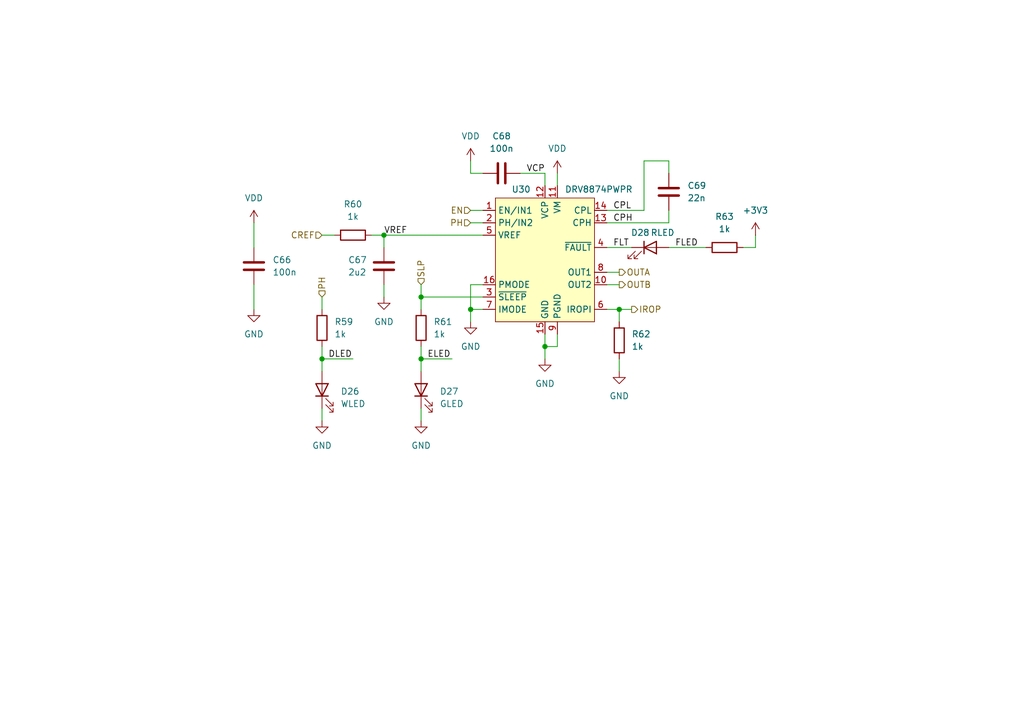
<source format=kicad_sch>
(kicad_sch (version 20231120) (generator "eeschema") (generator_version "8.0")
  (paper "A5")
  (lib_symbols
    (symbol "Device:C" (pin_numbers hide) (pin_names (offset 0.254))
      (property "Reference" "C" (at 0.635 2.54 0))
      (property "Value" "C" (at 0.635 -2.54 0))
      (symbol "C_0_1"
        (polyline (pts (xy -2.032 -0.762) (xy 2.032 -0.762)) (stroke (width 0.508)))
        (polyline (pts (xy -2.032 0.762) (xy 2.032 0.762)) (stroke (width 0.508)))
      )
      (symbol "C_1_1"
        (pin passive line (at 0 3.81 270) (length 2.794) (name "~") (number "1"))
        (pin passive line (at 0 -3.81 90) (length 2.794) (name "~") (number "2"))
      )
    )
    (symbol "Device:LED" (pin_numbers hide) (pin_names (offset 1.016) hide)
      (property "Reference" "D" (at 0 2.54 0))
      (property "Value" "LED" (at 0 -2.54 0))
      (symbol "LED_0_1"
        (polyline (pts (xy -1.27 -1.27) (xy -1.27 1.27)) (stroke (width 0.254)))
        (polyline (pts (xy -1.27 0) (xy 1.27 0)))
        (polyline (pts (xy 1.27 -1.27) (xy 1.27 1.27) (xy -1.27 0) (xy 1.27 -1.27)) (stroke (width 0.254)))
        (polyline (pts (xy -3.048 -0.762) (xy -4.572 -2.286) (xy -3.81 -2.286) (xy -4.572 -2.286) (xy -4.572 -1.524)))
        (polyline (pts (xy -1.778 -0.762) (xy -3.302 -2.286) (xy -2.54 -2.286) (xy -3.302 -2.286) (xy -3.302 -1.524)))
      )
      (symbol "LED_1_1"
        (pin passive line (at -3.81 0 0) (length 2.54) (name "K") (number "1"))
        (pin passive line (at 3.81 0 180) (length 2.54) (name "A") (number "2"))
      )
    )
    (symbol "Device:R" (pin_numbers hide) (pin_names (offset 0))
      (property "Reference" "R" (at 2.032 0 90))
      (property "Value" "R" (at 0 0 90))
      (symbol "R_0_1"
        (rectangle (start -1.016 -2.54) (end 1.016 2.54) (stroke (width 0.254)))
      )
      (symbol "R_1_1"
        (pin passive line (at 0 3.81 270) (length 1.27) (name "~") (number "1"))
        (pin passive line (at 0 -3.81 90) (length 1.27) (name "~") (number "2"))
      )
    )
    (symbol "Symbols:DRV8874PWPR"
      (property "Reference" "U" (at 1.524 2.032 0))
      (property "Value" "DRV8874PWPR" (at 21.59 1.778 0))
      (symbol "DRV8874PWPR_1_1"
        (rectangle (start 0 0) (end 20.32 -25.4) (fill (type background)))
        (pin input line (at -2.54 -2.54 0) (length 2.54) (name "EN/IN1") (number "1"))
        (pin output line (at 22.86 -17.78 180) (length 2.54) (name "OUT2") (number "10"))
        (pin power_in line (at 12.7 2.54 270) (length 2.54) (name "VM") (number "11"))
        (pin power_in line (at 10.16 2.54 270) (length 2.54) (name "VCP") (number "12"))
        (pin passive line (at 22.86 -5.08 180) (length 2.54) (name "CPH") (number "13"))
        (pin passive line (at 22.86 -2.54 180) (length 2.54) (name "CPL") (number "14"))
        (pin power_in line (at 10.16 -27.94 90) (length 2.54) (name "GND") (number "15"))
        (pin input line (at -2.54 -17.78 0) (length 2.54) (name "PMODE") (number "16"))
        (pin passive line (at 10.16 -27.94 90) (length 2.54) hide (name "PAD") (number "17"))
        (pin input line (at -2.54 -5.08 0) (length 2.54) (name "PH/IN2") (number "2"))
        (pin input line (at -2.54 -20.32 0) (length 2.54) (name "~{SLEEP}") (number "3"))
        (pin open_collector line (at 22.86 -10.16 180) (length 2.54) (name "~{FAULT}") (number "4"))
        (pin input line (at -2.54 -7.62 0) (length 2.54) (name "VREF") (number "5"))
        (pin output line (at 22.86 -22.86 180) (length 2.54) (name "IROPI") (number "6"))
        (pin input line (at -2.54 -22.86 0) (length 2.54) (name "IMODE") (number "7"))
        (pin output line (at 22.86 -15.24 180) (length 2.54) (name "OUT1") (number "8"))
        (pin power_in line (at 12.7 -27.94 90) (length 2.54) (name "PGND") (number "9"))
      )
    )
    (symbol "power:+3V3" (power) (pin_numbers hide) (pin_names (offset 0) hide)
      (property "Value" "+3V3" (at 0 3.556 0))
      (symbol "+3V3_0_1"
        (polyline (pts (xy -0.762 1.27) (xy 0 2.54)))
        (polyline (pts (xy 0 0) (xy 0 2.54)))
        (polyline (pts (xy 0 2.54) (xy 0.762 1.27)))
      )
      (symbol "+3V3_1_1"
        (pin power_in line (at 0 0 90) (length 0) (name "~") (number "1"))
      )
    )
    (symbol "power:GND" (power) (pin_names (offset 0))
      (property "Value" "GND" (at 0 -3.81 0))
      (symbol "GND_0_1"
        (polyline (pts (xy 0 0) (xy 0 -1.27) (xy 1.27 -1.27) (xy 0 -2.54) (xy -1.27 -1.27) (xy 0 -1.27)))
      )
      (symbol "GND_1_1"
        (pin power_in line (at 0 0 270) (length 0) hide (name "GND") (number "1"))
      )
    )
    (symbol "power:VDD" (power) (pin_numbers hide) (pin_names (offset 0) hide)
      (property "Value" "VDD" (at 0 3.556 0))
      (symbol "VDD_0_1"
        (polyline (pts (xy -0.762 1.27) (xy 0 2.54)))
        (polyline (pts (xy 0 0) (xy 0 2.54)))
        (polyline (pts (xy 0 2.54) (xy 0.762 1.27)))
      )
      (symbol "VDD_1_1"
        (pin power_in line (at 0 0 90) (length 0) (name "~") (number "1"))
      )
    )
  )
  (junction (at 111.76 71.12))
  (junction (at 96.52 63.5))
  (junction (at 66.04 73.66))
  (junction (at 86.36 60.96))
  (junction (at 86.36 73.66))
  (junction (at 127 63.5))
  (junction (at 78.74 48.26))
  (wire (pts (xy 154.94 50.8) (xy 152.4 50.8)))
  (wire (pts (xy 114.3 35.56) (xy 114.3 38.1)))
  (wire (pts (xy 99.06 58.42) (xy 96.52 58.42)))
  (wire (pts (xy 78.74 58.42) (xy 78.74 60.96)))
  (wire (pts (xy 127 63.5) (xy 129.54 63.5)))
  (wire (pts (xy 132.08 33.02) (xy 137.16 33.02)))
  (wire (pts (xy 96.52 63.5) (xy 99.06 63.5)))
  (wire (pts (xy 114.3 68.58) (xy 114.3 71.12)))
  (wire (pts (xy 96.52 58.42) (xy 96.52 63.5)))
  (wire (pts (xy 124.46 45.72) (xy 137.16 45.72)))
  (wire (pts (xy 124.46 43.18) (xy 132.08 43.18)))
  (wire (pts (xy 76.2 48.26) (xy 78.74 48.26)))
  (wire (pts (xy 78.74 48.26) (xy 99.06 48.26)))
  (wire (pts (xy 52.07 45.72) (xy 52.07 50.8)))
  (wire (pts (xy 86.36 60.96) (xy 99.06 60.96)))
  (wire (pts (xy 86.36 58.42) (xy 86.36 60.96)))
  (wire (pts (xy 66.04 83.82) (xy 66.04 86.36)))
  (wire (pts (xy 86.36 83.82) (xy 86.36 86.36)))
  (wire (pts (xy 127 73.66) (xy 127 76.2)))
  (wire (pts (xy 137.16 45.72) (xy 137.16 43.18)))
  (wire (pts (xy 124.46 50.8) (xy 129.54 50.8)))
  (wire (pts (xy 66.04 73.66) (xy 72.39 73.66)))
  (wire (pts (xy 66.04 71.12) (xy 66.04 73.66)))
  (wire (pts (xy 106.68 35.56) (xy 111.76 35.56)))
  (wire (pts (xy 86.36 73.66) (xy 86.36 76.2)))
  (wire (pts (xy 86.36 71.12) (xy 86.36 73.66)))
  (wire (pts (xy 52.07 58.42) (xy 52.07 63.5)))
  (wire (pts (xy 124.46 55.88) (xy 127 55.88)))
  (wire (pts (xy 111.76 71.12) (xy 111.76 73.66)))
  (wire (pts (xy 124.46 58.42) (xy 127 58.42)))
  (wire (pts (xy 137.16 33.02) (xy 137.16 35.56)))
  (wire (pts (xy 111.76 38.1) (xy 111.76 35.56)))
  (wire (pts (xy 96.52 43.18) (xy 99.06 43.18)))
  (wire (pts (xy 111.76 71.12) (xy 114.3 71.12)))
  (wire (pts (xy 66.04 60.96) (xy 66.04 63.5)))
  (wire (pts (xy 96.52 45.72) (xy 99.06 45.72)))
  (wire (pts (xy 132.08 43.18) (xy 132.08 33.02)))
  (wire (pts (xy 137.16 50.8) (xy 144.78 50.8)))
  (wire (pts (xy 78.74 48.26) (xy 78.74 50.8)))
  (wire (pts (xy 66.04 73.66) (xy 66.04 76.2)))
  (wire (pts (xy 96.52 35.56) (xy 99.06 35.56)))
  (wire (pts (xy 124.46 63.5) (xy 127 63.5)))
  (wire (pts (xy 111.76 68.58) (xy 111.76 71.12)))
  (wire (pts (xy 66.04 48.26) (xy 68.58 48.26)))
  (wire (pts (xy 96.52 66.04) (xy 96.52 63.5)))
  (wire (pts (xy 154.94 48.26) (xy 154.94 50.8)))
  (wire (pts (xy 127 66.04) (xy 127 63.5)))
  (wire (pts (xy 86.36 60.96) (xy 86.36 63.5)))
  (wire (pts (xy 86.36 73.66) (xy 92.71 73.66)))
  (wire (pts (xy 96.52 33.02) (xy 96.52 35.56)))
  (label "CPH" (at 125.73 45.72 0))
  (label "CPL" (at 125.73 43.18 0))
  (label "VCP" (at 107.95 35.56 0))
  (label "FLED" (at 138.43 50.8 0))
  (label "ELED" (at 87.63 73.66 0))
  (label "VREF" (at 78.74 48.26 0))
  (label "DLED" (at 67.31 73.66 0))
  (label "FLT" (at 125.73 50.8 0))
  (hierarchical_label "CREF" (shape input) (at 66.04 48.26 180))
  (hierarchical_label "SLP" (shape input) (at 86.36 58.42 90))
  (hierarchical_label "PH" (shape input) (at 96.52 45.72 180))
  (hierarchical_label "EN" (shape input) (at 96.52 43.18 180))
  (hierarchical_label "OUTB" (shape output) (at 127 58.42 0))
  (hierarchical_label "OUTA" (shape output) (at 127 55.88 0))
  (hierarchical_label "IROP" (shape output) (at 129.54 63.5 0))
  (hierarchical_label "PH" (shape input) (at 66.04 60.96 90))
  (symbol (lib_id "Device:LED") (at 86.36 80.01 90) (unit 1)
    (property "Reference" "D27" (at 90.17 80.3274 90) (effects (justify right)))
    (property "Value" "GLED" (at 90.17 82.8674 90) (effects (justify right)))
    (property "Footprint" "LED_SMD:LED_0603_1608Metric" (effects (hide yes)))
    (property "Description" "Light emitting diode" (effects (hide yes)))
    (property "LCSC" "C72043" (effects (hide yes)))
    (instances (project "raven" (path "" (reference "D27") (unit 1)) (path "" (reference "D12") (unit 1)) (path "" (reference "D6") (unit 1)) (path "" (reference "D9") (unit 1)) (path "" (reference "D3") (unit 1))))
  )
  (symbol (lib_id "Device:R") (at 72.39 48.26 270) (unit 1)
    (property "Reference" "R60" (at 72.39 41.91 90))
    (property "Value" "1k" (at 72.39 44.45 90))
    (property "Footprint" "Resistor_SMD:R_0402_1005Metric" (effects (hide yes)))
    (property "Description" "Resistor" (effects (hide yes)))
    (property "LCSC" "C11702" (effects (hide yes)))
    (instances (project "raven" (path "" (reference "R60") (unit 1)) (path "" (reference "R20") (unit 1)) (path "" (reference "R10") (unit 1)) (path "" (reference "R15") (unit 1)) (path "" (reference "R3") (unit 1))))
  )
  (symbol (lib_id "power:GND") (at 78.74 60.96 0) (unit 1)
    (property "Reference" "#PWR0242" (effects (hide yes)))
    (property "Value" "GND" (at 78.74 66.04 0))
    (instances (project "raven" (path "" (reference "#PWR0242") (unit 1)) (path "" (reference "#PWR069") (unit 1)) (path "" (reference "#PWR047") (unit 1)) (path "" (reference "#PWR058") (unit 1)) (path "" (reference "#PWR016") (unit 1))))
  )
  (symbol (lib_id "Device:LED") (at 133.35 50.8 0) (unit 1)
    (property "Reference" "D28" (at 131.318 47.752 0))
    (property "Value" "RLED" (at 135.89 47.752 0))
    (property "Footprint" "LED_SMD:LED_0603_1608Metric" (effects (hide yes)))
    (property "Description" "Light emitting diode" (effects (hide yes)))
    (property "LCSC" "C2286" (effects (hide yes)))
    (instances (project "raven" (path "" (reference "D28") (unit 1)) (path "" (reference "D13") (unit 1)) (path "" (reference "D7") (unit 1)) (path "" (reference "D10") (unit 1)) (path "" (reference "D4") (unit 1))))
  )
  (symbol (lib_id "Device:R") (at 86.36 67.31 180) (unit 1)
    (property "Reference" "R61" (at 88.9 66.0399 0) (effects (justify right)))
    (property "Value" "1k" (at 88.9 68.5799 0) (effects (justify right)))
    (property "Footprint" "Resistor_SMD:R_0402_1005Metric" (effects (hide yes)))
    (property "Description" "Resistor" (effects (hide yes)))
    (property "LCSC" "C11702" (effects (hide yes)))
    (instances (project "raven" (path "" (reference "R61") (unit 1)) (path "" (reference "R21") (unit 1)) (path "" (reference "R11") (unit 1)) (path "" (reference "R16") (unit 1)) (path "" (reference "R4") (unit 1))))
  )
  (symbol (lib_id "power:GND") (at 66.04 86.36 0) (unit 1)
    (property "Reference" "#PWR0241" (effects (hide yes)))
    (property "Value" "GND" (at 66.04 91.44 0))
    (instances (project "raven" (path "" (reference "#PWR0241") (unit 1)) (path "" (reference "#PWR068") (unit 1)) (path "" (reference "#PWR046") (unit 1)) (path "" (reference "#PWR057") (unit 1)) (path "" (reference "#PWR015") (unit 1))))
  )
  (symbol (lib_id "power:GND") (at 96.52 66.04 0) (unit 1)
    (property "Reference" "#PWR0245" (effects (hide yes)))
    (property "Value" "GND" (at 96.52 71.12 0))
    (instances (project "raven" (path "" (reference "#PWR0245") (unit 1)) (path "" (reference "#PWR072") (unit 1)) (path "" (reference "#PWR050") (unit 1)) (path "" (reference "#PWR061") (unit 1)) (path "" (reference "#PWR019") (unit 1))))
  )
  (symbol (lib_id "Device:LED") (at 66.04 80.01 90) (unit 1)
    (property "Reference" "D26" (at 69.85 80.3274 90) (effects (justify right)))
    (property "Value" "WLED" (at 69.85 82.8674 90) (effects (justify right)))
    (property "Footprint" "LED_SMD:LED_0603_1608Metric" (effects (hide yes)))
    (property "Description" "Light emitting diode" (effects (hide yes)))
    (property "LCSC" "C2290" (effects (hide yes)))
    (instances (project "raven" (path "" (reference "D26") (unit 1)) (path "" (reference "D11") (unit 1)) (path "" (reference "D5") (unit 1)) (path "" (reference "D8") (unit 1)) (path "" (reference "D2") (unit 1))))
  )
  (symbol (lib_id "Device:R") (at 148.59 50.8 270) (unit 1)
    (property "Reference" "R63" (at 148.59 44.45 90))
    (property "Value" "1k" (at 148.59 46.99 90))
    (property "Footprint" "Resistor_SMD:R_0402_1005Metric" (effects (hide yes)))
    (property "Description" "Resistor" (effects (hide yes)))
    (property "LCSC" "C11702" (effects (hide yes)))
    (instances (project "raven" (path "" (reference "R63") (unit 1)) (path "" (reference "R23") (unit 1)) (path "" (reference "R13") (unit 1)) (path "" (reference "R18") (unit 1)) (path "" (reference "R6") (unit 1))))
  )
  (symbol (lib_id "power:GND") (at 52.07 63.5 0) (unit 1)
    (property "Reference" "#PWR0240" (effects (hide yes)))
    (property "Value" "GND" (at 52.07 68.58 0))
    (instances (project "raven" (path "" (reference "#PWR0240") (unit 1)) (path "" (reference "#PWR067") (unit 1)) (path "" (reference "#PWR045") (unit 1)) (path "" (reference "#PWR056") (unit 1)) (path "" (reference "#PWR014") (unit 1))))
  )
  (symbol (lib_id "Device:R") (at 127 69.85 180) (unit 1)
    (property "Reference" "R62" (at 129.54 68.5799 0) (effects (justify right)))
    (property "Value" "1k" (at 129.54 71.1199 0) (effects (justify right)))
    (property "Footprint" "Resistor_SMD:R_0402_1005Metric" (effects (hide yes)))
    (property "Description" "Resistor" (effects (hide yes)))
    (property "LCSC" "C11702" (effects (hide yes)))
    (instances (project "raven" (path "" (reference "R62") (unit 1)) (path "" (reference "R22") (unit 1)) (path "" (reference "R12") (unit 1)) (path "" (reference "R17") (unit 1)) (path "" (reference "R5") (unit 1))))
  )
  (symbol (lib_id "Device:C") (at 137.16 39.37 0) (unit 1)
    (property "Reference" "C69" (at 140.97 38.1 0) (effects (justify left)))
    (property "Value" "22n" (at 140.97 40.64 0) (effects (justify left)))
    (property "Footprint" "Capacitor_SMD:C_0402_1005Metric" (effects (hide yes)))
    (property "LCSC" "C1532" (effects (hide yes)))
    (instances (project "raven" (path "" (reference "C69") (unit 1)) (path "" (reference "C27") (unit 1)) (path "" (reference "C17") (unit 1)) (path "" (reference "C22") (unit 1)) (path "" (reference "C5") (unit 1))))
  )
  (symbol (lib_id "power:GND") (at 127 76.2 0) (unit 1)
    (property "Reference" "#PWR0248" (effects (hide yes)))
    (property "Value" "GND" (at 127 81.28 0))
    (instances (project "raven" (path "" (reference "#PWR0248") (unit 1)) (path "" (reference "#PWR075") (unit 1)) (path "" (reference "#PWR053") (unit 1)) (path "" (reference "#PWR064") (unit 1)) (path "" (reference "#PWR022") (unit 1))))
  )
  (symbol (lib_id "Device:C") (at 102.87 35.56 90) (unit 1)
    (property "Reference" "C68" (at 102.87 27.94 90))
    (property "Value" "100n" (at 102.87 30.48 90))
    (property "Footprint" "Capacitor_SMD:C_0402_1005Metric" (effects (hide yes)))
    (property "LCSC" "C307331" (effects (hide yes)))
    (instances (project "raven" (path "" (reference "C68") (unit 1)) (path "" (reference "C26") (unit 1)) (path "" (reference "C16") (unit 1)) (path "" (reference "C21") (unit 1)) (path "" (reference "C4") (unit 1))))
  )
  (symbol (lib_id "Device:C") (at 78.74 54.61 0) (unit 1)
    (property "Reference" "C67" (at 71.374 53.34 0) (effects (justify left)))
    (property "Value" "2u2" (at 71.374 55.88 0) (effects (justify left)))
    (property "Footprint" "Capacitor_SMD:C_0402_1005Metric" (effects (hide yes)))
    (property "LCSC" "C12530" (effects (hide yes)))
    (instances (project "raven" (path "" (reference "C67") (unit 1)) (path "" (reference "C25") (unit 1)) (path "" (reference "C15") (unit 1)) (path "" (reference "C20") (unit 1)) (path "" (reference "C3") (unit 1))))
  )
  (symbol (lib_id "power:VDD") (at 52.07 45.72 0) (unit 1)
    (property "Reference" "#PWR0239" (effects (hide yes)))
    (property "Value" "VDD" (at 52.07 40.64 0))
    (property "Description" "Power symbol creates a global label with name \"VDD\"" (effects (hide yes)))
    (instances (project "raven" (path "" (reference "#PWR0239") (unit 1)) (path "" (reference "#PWR066") (unit 1)) (path "" (reference "#PWR044") (unit 1)) (path "" (reference "#PWR055") (unit 1)) (path "" (reference "#PWR013") (unit 1))))
  )
  (symbol (lib_id "Symbols:DRV8874PWPR") (at 101.6 40.64 0) (unit 1)
    (property "Reference" "U30" (at 104.902 38.862 0) (effects (justify left)))
    (property "Value" "DRV8874PWPR" (at 115.824 38.862 0) (effects (justify left)))
    (property "Footprint" "Package_SO:HTSSOP-16-1EP_4.4x5mm_P0.65mm_EP3.4x5mm_Mask2.46x2.31mm" (effects (hide yes)))
    (property "Datasheet" "https://www.lcsc.com/datasheet/lcsc_datasheet_2302221400_Texas-Instruments-DRV8874PWPR_C1855818.pdf" (effects (hide yes)))
    (property "Description" "H-Bridge Motor Driver With Integrated Current Sense and Regulation" (effects (hide yes)))
    (property "LCSC" "C1855818" (effects (hide yes)))
    (instances (project "raven" (path "" (reference "U30") (unit 1)) (path "" (reference "U6") (unit 1)) (path "" (reference "U4") (unit 1)) (path "" (reference "U5") (unit 1)) (path "" (reference "U1") (unit 1))))
  )
  (symbol (lib_id "power:+3V3") (at 154.94 48.26 0) (unit 1)
    (property "Reference" "#PWR0249" (effects (hide yes)))
    (property "Value" "+3V3" (at 154.94 43.18 0))
    (property "Description" "Power symbol creates a global label with name \"+3V3\"" (effects (hide yes)))
    (instances (project "raven" (path "" (reference "#PWR0249") (unit 1)) (path "" (reference "#PWR076") (unit 1)) (path "" (reference "#PWR054") (unit 1)) (path "" (reference "#PWR065") (unit 1)) (path "" (reference "#PWR023") (unit 1))))
  )
  (symbol (lib_id "Device:R") (at 66.04 67.31 180) (unit 1)
    (property "Reference" "R59" (at 68.58 66.0399 0) (effects (justify right)))
    (property "Value" "1k" (at 68.58 68.5799 0) (effects (justify right)))
    (property "Footprint" "Resistor_SMD:R_0402_1005Metric" (effects (hide yes)))
    (property "Description" "Resistor" (effects (hide yes)))
    (property "LCSC" "C11702" (effects (hide yes)))
    (instances (project "raven" (path "" (reference "R59") (unit 1)) (path "" (reference "R19") (unit 1)) (path "" (reference "R9") (unit 1)) (path "" (reference "R14") (unit 1)) (path "" (reference "R2") (unit 1))))
  )
  (symbol (lib_id "Device:C") (at 52.07 54.61 0) (unit 1)
    (property "Reference" "C66" (at 55.88 53.34 0) (effects (justify left)))
    (property "Value" "100n" (at 55.88 55.88 0) (effects (justify left)))
    (property "Footprint" "Capacitor_SMD:C_0402_1005Metric" (effects (hide yes)))
    (property "LCSC" "C307331" (effects (hide yes)))
    (instances (project "raven" (path "" (reference "C66") (unit 1)) (path "" (reference "C24") (unit 1)) (path "" (reference "C14") (unit 1)) (path "" (reference "C19") (unit 1)) (path "" (reference "C2") (unit 1))))
  )
  (symbol (lib_id "power:GND") (at 111.76 73.66 0) (unit 1)
    (property "Reference" "#PWR0246" (effects (hide yes)))
    (property "Value" "GND" (at 111.76 78.74 0))
    (instances (project "raven" (path "" (reference "#PWR0246") (unit 1)) (path "" (reference "#PWR073") (unit 1)) (path "" (reference "#PWR051") (unit 1)) (path "" (reference "#PWR062") (unit 1)) (path "" (reference "#PWR020") (unit 1))))
  )
  (symbol (lib_id "power:VDD") (at 114.3 35.56 0) (unit 1)
    (property "Reference" "#PWR0247" (effects (hide yes)))
    (property "Value" "VDD" (at 114.3 30.48 0))
    (property "Description" "Power symbol creates a global label with name \"VDD\"" (effects (hide yes)))
    (instances (project "raven" (path "" (reference "#PWR0247") (unit 1)) (path "" (reference "#PWR074") (unit 1)) (path "" (reference "#PWR052") (unit 1)) (path "" (reference "#PWR063") (unit 1)) (path "" (reference "#PWR021") (unit 1))))
  )
  (symbol (lib_id "power:VDD") (at 96.52 33.02 0) (unit 1)
    (property "Reference" "#PWR0244" (effects (hide yes)))
    (property "Value" "VDD" (at 96.52 27.94 0))
    (property "Description" "Power symbol creates a global label with name \"VDD\"" (effects (hide yes)))
    (instances (project "raven" (path "" (reference "#PWR0244") (unit 1)) (path "" (reference "#PWR071") (unit 1)) (path "" (reference "#PWR049") (unit 1)) (path "" (reference "#PWR060") (unit 1)) (path "" (reference "#PWR018") (unit 1))))
  )
  (symbol (lib_id "power:GND") (at 86.36 86.36 0) (unit 1)
    (property "Reference" "#PWR0243" (effects (hide yes)))
    (property "Value" "GND" (at 86.36 91.44 0))
    (instances (project "raven" (path "" (reference "#PWR0243") (unit 1)) (path "" (reference "#PWR070") (unit 1)) (path "" (reference "#PWR048") (unit 1)) (path "" (reference "#PWR059") (unit 1)) (path "" (reference "#PWR017") (unit 1))))
  )
)
</source>
